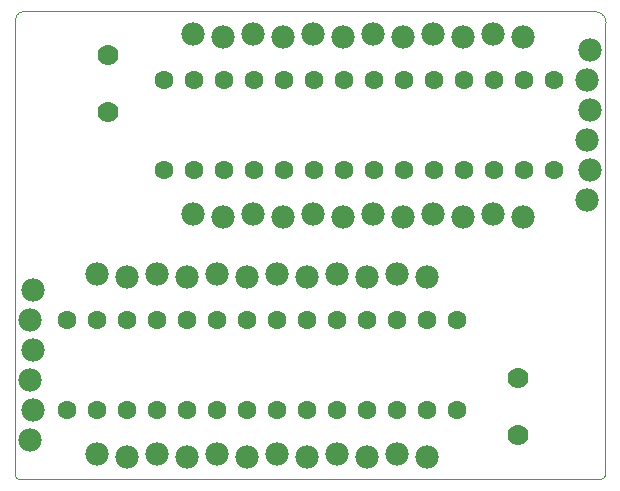
<source format=gbs>
G75*
G70*
%OFA0B0*%
%FSLAX24Y24*%
%IPPOS*%
%LPD*%
%AMOC8*
5,1,8,0,0,1.08239X$1,22.5*
%
%ADD10C,0.0000*%
%ADD11C,0.0631*%
%ADD12C,0.0700*%
%ADD13C,0.0780*%
D10*
X002429Y003185D02*
X021676Y003185D01*
X021677Y003184D02*
X021706Y003181D01*
X021735Y003182D01*
X021764Y003186D01*
X021792Y003193D01*
X021820Y003204D01*
X021845Y003218D01*
X021869Y003235D01*
X021891Y003255D01*
X021910Y003278D01*
X021926Y003302D01*
X021939Y003328D01*
X021949Y003356D01*
X021956Y003385D01*
X021955Y003385D02*
X021955Y018380D01*
X021955Y018381D02*
X021957Y018416D01*
X021956Y018451D01*
X021951Y018486D01*
X021943Y018521D01*
X021931Y018554D01*
X021916Y018586D01*
X021899Y018617D01*
X021878Y018645D01*
X021854Y018672D01*
X021829Y018696D01*
X021800Y018717D01*
X021770Y018736D01*
X021739Y018751D01*
X021705Y018763D01*
X021671Y018772D01*
X021636Y018778D01*
X021637Y018777D02*
X002497Y018777D01*
X002467Y018769D01*
X002438Y018757D01*
X002410Y018743D01*
X002385Y018725D01*
X002361Y018705D01*
X002340Y018682D01*
X002321Y018658D01*
X002305Y018631D01*
X002292Y018603D01*
X002283Y018573D01*
X002276Y018543D01*
X002273Y018512D01*
X002274Y018481D01*
X002277Y018450D01*
X002268Y003394D01*
X002266Y003370D01*
X002267Y003345D01*
X002272Y003321D01*
X002279Y003298D01*
X002290Y003276D01*
X002304Y003255D01*
X002320Y003237D01*
X002338Y003221D01*
X002359Y003207D01*
X002381Y003197D01*
X002404Y003189D01*
X002428Y003185D01*
D11*
X003995Y005485D03*
X004995Y005485D03*
X005995Y005485D03*
X006995Y005485D03*
X007995Y005485D03*
X008995Y005485D03*
X009995Y005485D03*
X010995Y005485D03*
X011995Y005485D03*
X012995Y005485D03*
X013995Y005485D03*
X014995Y005485D03*
X015995Y005485D03*
X016995Y005485D03*
X016995Y008485D03*
X015995Y008485D03*
X014995Y008485D03*
X013995Y008485D03*
X012995Y008485D03*
X011995Y008485D03*
X010995Y008485D03*
X009995Y008485D03*
X008995Y008485D03*
X007995Y008485D03*
X006995Y008485D03*
X005995Y008485D03*
X004995Y008485D03*
X003995Y008485D03*
X007224Y013496D03*
X008224Y013496D03*
X009224Y013496D03*
X010224Y013496D03*
X011224Y013496D03*
X012224Y013496D03*
X013224Y013496D03*
X014224Y013496D03*
X015224Y013496D03*
X016224Y013496D03*
X017224Y013496D03*
X018224Y013496D03*
X019224Y013496D03*
X020224Y013496D03*
X020224Y016496D03*
X019224Y016496D03*
X018224Y016496D03*
X017224Y016496D03*
X016224Y016496D03*
X015224Y016496D03*
X014224Y016496D03*
X013224Y016496D03*
X012224Y016496D03*
X011224Y016496D03*
X010224Y016496D03*
X009224Y016496D03*
X008224Y016496D03*
X007224Y016496D03*
D12*
X005378Y017334D03*
X005378Y015413D03*
X019053Y006567D03*
X019053Y004646D03*
D13*
X015995Y003935D03*
X014995Y004035D03*
X013995Y003935D03*
X012995Y004035D03*
X011995Y003935D03*
X010995Y004035D03*
X009995Y003935D03*
X008995Y004035D03*
X007995Y003935D03*
X006995Y004035D03*
X005995Y003935D03*
X004995Y004035D03*
X002781Y004485D03*
X002881Y005485D03*
X002781Y006485D03*
X002881Y007485D03*
X002781Y008485D03*
X002881Y009485D03*
X004995Y010035D03*
X005995Y009935D03*
X006995Y010035D03*
X007995Y009935D03*
X008995Y010035D03*
X009995Y009935D03*
X010995Y010035D03*
X011995Y009935D03*
X012995Y010035D03*
X013995Y009935D03*
X014995Y010035D03*
X015995Y009935D03*
X016197Y012014D03*
X017197Y011914D03*
X018197Y012014D03*
X019197Y011914D03*
X021352Y012476D03*
X021452Y013476D03*
X021352Y014476D03*
X021452Y015476D03*
X021352Y016476D03*
X021452Y017476D03*
X019197Y017938D03*
X018197Y018038D03*
X017197Y017938D03*
X016197Y018038D03*
X015197Y017938D03*
X014197Y018038D03*
X013197Y017938D03*
X012197Y018038D03*
X011197Y017938D03*
X010197Y018038D03*
X009197Y017938D03*
X008197Y018038D03*
X008197Y012014D03*
X009197Y011914D03*
X010197Y012014D03*
X011197Y011914D03*
X012197Y012014D03*
X013197Y011914D03*
X014197Y012014D03*
X015197Y011914D03*
M02*

</source>
